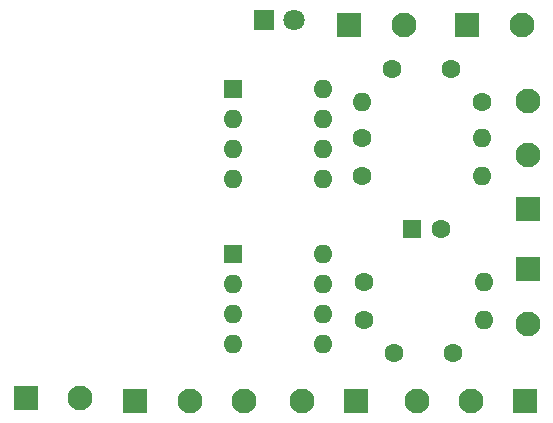
<source format=gts>
G04 #@! TF.GenerationSoftware,KiCad,Pcbnew,(6.0.2-0)*
G04 #@! TF.CreationDate,2024-07-24T17:46:03-04:00*
G04 #@! TF.ProjectId,Stepped_Tone_Generator,53746570-7065-4645-9f54-6f6e655f4765,rev?*
G04 #@! TF.SameCoordinates,Original*
G04 #@! TF.FileFunction,Soldermask,Top*
G04 #@! TF.FilePolarity,Negative*
%FSLAX46Y46*%
G04 Gerber Fmt 4.6, Leading zero omitted, Abs format (unit mm)*
G04 Created by KiCad (PCBNEW (6.0.2-0)) date 2024-07-24 17:46:03*
%MOMM*%
%LPD*%
G01*
G04 APERTURE LIST*
G04 Aperture macros list*
%AMRoundRect*
0 Rectangle with rounded corners*
0 $1 Rounding radius*
0 $2 $3 $4 $5 $6 $7 $8 $9 X,Y pos of 4 corners*
0 Add a 4 corners polygon primitive as box body*
4,1,4,$2,$3,$4,$5,$6,$7,$8,$9,$2,$3,0*
0 Add four circle primitives for the rounded corners*
1,1,$1+$1,$2,$3*
1,1,$1+$1,$4,$5*
1,1,$1+$1,$6,$7*
1,1,$1+$1,$8,$9*
0 Add four rect primitives between the rounded corners*
20,1,$1+$1,$2,$3,$4,$5,0*
20,1,$1+$1,$4,$5,$6,$7,0*
20,1,$1+$1,$6,$7,$8,$9,0*
20,1,$1+$1,$8,$9,$2,$3,0*%
G04 Aperture macros list end*
%ADD10C,1.600000*%
%ADD11O,1.600000X1.600000*%
%ADD12RoundRect,0.250001X-0.799999X-0.799999X0.799999X-0.799999X0.799999X0.799999X-0.799999X0.799999X0*%
%ADD13C,2.100000*%
%ADD14R,1.600000X1.600000*%
%ADD15RoundRect,0.250001X0.799999X0.799999X-0.799999X0.799999X-0.799999X-0.799999X0.799999X-0.799999X0*%
%ADD16RoundRect,0.250001X-0.799999X0.799999X-0.799999X-0.799999X0.799999X-0.799999X0.799999X0.799999X0*%
%ADD17RoundRect,0.250001X0.799999X-0.799999X0.799999X0.799999X-0.799999X0.799999X-0.799999X-0.799999X0*%
%ADD18R,1.800000X1.800000*%
%ADD19C,1.800000*%
G04 APERTURE END LIST*
D10*
X155300000Y-81600000D03*
X150300000Y-81600000D03*
X147720000Y-78800000D03*
D11*
X157880000Y-78800000D03*
D10*
X147600000Y-63400000D03*
D11*
X157760000Y-63400000D03*
X157780000Y-66600000D03*
D10*
X147620000Y-66600000D03*
D12*
X128400000Y-85600000D03*
D13*
X133000000Y-85600000D03*
X137600000Y-85600000D03*
D12*
X119100000Y-85400000D03*
D13*
X123700000Y-85400000D03*
X161100000Y-53800000D03*
D12*
X156500000Y-53800000D03*
D14*
X136700000Y-73200000D03*
D11*
X136700000Y-75740000D03*
X136700000Y-78280000D03*
X136700000Y-80820000D03*
X144320000Y-80820000D03*
X144320000Y-78280000D03*
X144320000Y-75740000D03*
X144320000Y-73200000D03*
X157880000Y-75600000D03*
D10*
X147720000Y-75600000D03*
D15*
X161400000Y-85600000D03*
D13*
X156800000Y-85600000D03*
X152200000Y-85600000D03*
D10*
X154294888Y-71100000D03*
D14*
X151794888Y-71100000D03*
D13*
X151100000Y-53800000D03*
D12*
X146500000Y-53800000D03*
D10*
X157780000Y-60300000D03*
D11*
X147620000Y-60300000D03*
D10*
X155100000Y-57500000D03*
X150100000Y-57500000D03*
D13*
X161600000Y-79100000D03*
D16*
X161600000Y-74500000D03*
D14*
X136700000Y-59200000D03*
D11*
X136700000Y-61740000D03*
X136700000Y-64280000D03*
X136700000Y-66820000D03*
X144320000Y-66820000D03*
X144320000Y-64280000D03*
X144320000Y-61740000D03*
X144320000Y-59200000D03*
D13*
X161600000Y-60200000D03*
X161600000Y-64800000D03*
D17*
X161600000Y-69400000D03*
D13*
X142500000Y-85600000D03*
D15*
X147100000Y-85600000D03*
D18*
X139325000Y-53400000D03*
D19*
X141865000Y-53400000D03*
M02*

</source>
